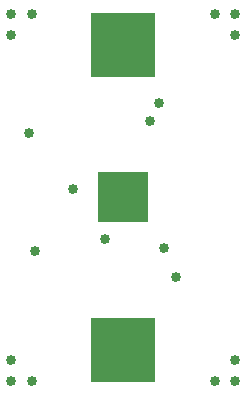
<source format=gbr>
G04 GENERATED BY PULSONIX 10.5 GERBER.DLL 7875A*
G04 #@! TF.GenerationSoftware,Pulsonix,Pulsonix,10.5.7875a*
G04 #@! TF.CreationDate,2019-10-01T10:17:35--1:00*
G04 #@! TF.Part,Single*
%FSLAX35Y35*%
%LPD*%
%MOMM*%
G04 #@! TF.FileFunction,Soldermask,Bot*
G04 #@! TF.FilePolarity,Negative*
G04 #@! TA.AperFunction,ViaPad*
%ADD189C,0.85400*%
G04 #@! TA.AperFunction,SMDPad*
%ADD1005R,5.45400X5.45400*%
%ADD1006R,4.25400X4.25400*%
X0Y0D02*
D02*
D189*
X440000Y390000D03*
Y565000D03*
Y3315000D03*
Y3490000D03*
X590000Y2490000D03*
X615000Y390000D03*
Y3490000D03*
X640000Y1490000D03*
X965000Y2015000D03*
X1240000Y1590000D03*
X1615000Y2585000D03*
X1690000Y2740000D03*
X1740000Y1515000D03*
X1833750Y1265000D03*
X2165000Y390000D03*
Y3490000D03*
X2340000Y390000D03*
Y565000D03*
Y3315000D03*
Y3490000D03*
D02*
D1005*
X1390000Y645000D03*
Y3235000D03*
D02*
D1006*
Y1940000D03*
X0Y0D02*
M02*

</source>
